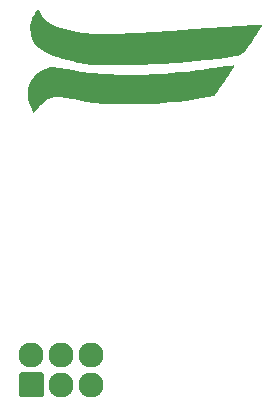
<source format=gbr>
G04 #@! TF.GenerationSoftware,KiCad,Pcbnew,(5.1.10)-1*
G04 #@! TF.CreationDate,2021-09-01T23:48:31-05:00*
G04 #@! TF.ProjectId,Bsides-KC-2021-Cerner-Sponsor-SAO-SVG2Shenzen v1_00 (Paths),42736964-6573-42d4-9b43-2d323032312d,rev?*
G04 #@! TF.SameCoordinates,Original*
G04 #@! TF.FileFunction,Soldermask,Top*
G04 #@! TF.FilePolarity,Negative*
%FSLAX46Y46*%
G04 Gerber Fmt 4.6, Leading zero omitted, Abs format (unit mm)*
G04 Created by KiCad (PCBNEW (5.1.10)-1) date 2021-09-01 23:48:31*
%MOMM*%
%LPD*%
G01*
G04 APERTURE LIST*
%ADD10C,0.010000*%
%ADD11C,2.127200*%
%ADD12O,2.127200X2.127200*%
G04 APERTURE END LIST*
D10*
G04 #@! TO.C,G\u002A\u002A\u002A*
G36*
X146923932Y-84484469D02*
G01*
X146955948Y-84531250D01*
X147001493Y-84601379D01*
X147056349Y-84688436D01*
X147079000Y-84725015D01*
X147238206Y-84968236D01*
X147395777Y-85175702D01*
X147557992Y-85353243D01*
X147731128Y-85506692D01*
X147921462Y-85641881D01*
X148135273Y-85764640D01*
X148269675Y-85831107D01*
X148514220Y-85934699D01*
X148797293Y-86033823D01*
X149115245Y-86127651D01*
X149464428Y-86215356D01*
X149841193Y-86296109D01*
X150241892Y-86369083D01*
X150662876Y-86433450D01*
X151100496Y-86488383D01*
X151227667Y-86502186D01*
X151318677Y-86509085D01*
X151446946Y-86514961D01*
X151607412Y-86519817D01*
X151795012Y-86523651D01*
X152004684Y-86526465D01*
X152231367Y-86528259D01*
X152469997Y-86529034D01*
X152715512Y-86528789D01*
X152962851Y-86527525D01*
X153206951Y-86525242D01*
X153442750Y-86521942D01*
X153665185Y-86517624D01*
X153869195Y-86512288D01*
X154049717Y-86505935D01*
X154138084Y-86501962D01*
X154438156Y-86486955D01*
X154733810Y-86471751D01*
X155027639Y-86456185D01*
X155322234Y-86440090D01*
X155620187Y-86423298D01*
X155924092Y-86405642D01*
X156236539Y-86386956D01*
X156560121Y-86367072D01*
X156897430Y-86345824D01*
X157251058Y-86323045D01*
X157623598Y-86298567D01*
X158017642Y-86272224D01*
X158435781Y-86243849D01*
X158880608Y-86213275D01*
X159354716Y-86180334D01*
X159860695Y-86144861D01*
X160401139Y-86106687D01*
X160978640Y-86065647D01*
X161588750Y-86022076D01*
X161911004Y-85999069D01*
X162235751Y-85975987D01*
X162558678Y-85953132D01*
X162875472Y-85930803D01*
X163181818Y-85909304D01*
X163473402Y-85888933D01*
X163745911Y-85869993D01*
X163995031Y-85852785D01*
X164216447Y-85837610D01*
X164405847Y-85824769D01*
X164558915Y-85814562D01*
X164605000Y-85811545D01*
X164796444Y-85799093D01*
X164983054Y-85786953D01*
X165158605Y-85775530D01*
X165316875Y-85765229D01*
X165451639Y-85756455D01*
X165556674Y-85749613D01*
X165625757Y-85745109D01*
X165626292Y-85745074D01*
X165725648Y-85739857D01*
X165789085Y-85740054D01*
X165822719Y-85746059D01*
X165832666Y-85758268D01*
X165832667Y-85758394D01*
X165821339Y-85785983D01*
X165789040Y-85844861D01*
X165738298Y-85931107D01*
X165671641Y-86040798D01*
X165591597Y-86170012D01*
X165500694Y-86314824D01*
X165401460Y-86471315D01*
X165296421Y-86635559D01*
X165188108Y-86803636D01*
X165079046Y-86971622D01*
X164971765Y-87135596D01*
X164868791Y-87291633D01*
X164772654Y-87435813D01*
X164685880Y-87564211D01*
X164610999Y-87672907D01*
X164550536Y-87757976D01*
X164507021Y-87815497D01*
X164506777Y-87815800D01*
X164442212Y-87892423D01*
X164376468Y-87962081D01*
X164307049Y-88025426D01*
X164231459Y-88083112D01*
X164147204Y-88135791D01*
X164051786Y-88184116D01*
X163942712Y-88228740D01*
X163817485Y-88270315D01*
X163673610Y-88309494D01*
X163508591Y-88346931D01*
X163319934Y-88383278D01*
X163105142Y-88419187D01*
X162861719Y-88455312D01*
X162587172Y-88492305D01*
X162279003Y-88530820D01*
X161934718Y-88571508D01*
X161551821Y-88615024D01*
X161377084Y-88634500D01*
X160934519Y-88682870D01*
X160513778Y-88727221D01*
X160110087Y-88767898D01*
X159718669Y-88805245D01*
X159334751Y-88839608D01*
X158953556Y-88871331D01*
X158570309Y-88900758D01*
X158180235Y-88928236D01*
X157778559Y-88954108D01*
X157360505Y-88978720D01*
X156921299Y-89002416D01*
X156456165Y-89025541D01*
X155960327Y-89048440D01*
X155429012Y-89071458D01*
X155185834Y-89081586D01*
X155046011Y-89086512D01*
X154876319Y-89091104D01*
X154681290Y-89095336D01*
X154465452Y-89099180D01*
X154233337Y-89102609D01*
X153989475Y-89105595D01*
X153738396Y-89108113D01*
X153484630Y-89110133D01*
X153232710Y-89111630D01*
X152987163Y-89112576D01*
X152752522Y-89112944D01*
X152533316Y-89112706D01*
X152334076Y-89111835D01*
X152159333Y-89110304D01*
X152013616Y-89108086D01*
X151901456Y-89105154D01*
X151830917Y-89101740D01*
X151671271Y-89087455D01*
X151478909Y-89065440D01*
X151262477Y-89036971D01*
X151030622Y-89003323D01*
X150791993Y-88965772D01*
X150555237Y-88925594D01*
X150329000Y-88884063D01*
X150247143Y-88868104D01*
X149803335Y-88772855D01*
X149377814Y-88667302D01*
X148972873Y-88552429D01*
X148590801Y-88429218D01*
X148233891Y-88298654D01*
X147904433Y-88161721D01*
X147604719Y-88019400D01*
X147337038Y-87872677D01*
X147103684Y-87722535D01*
X146906945Y-87569957D01*
X146749115Y-87415926D01*
X146686059Y-87339405D01*
X146556409Y-87135425D01*
X146452427Y-86904067D01*
X146374749Y-86652093D01*
X146324010Y-86386265D01*
X146300847Y-86113344D01*
X146305894Y-85840092D01*
X146339788Y-85573271D01*
X146403165Y-85319642D01*
X146477897Y-85125559D01*
X146507197Y-85068859D01*
X146551449Y-84992277D01*
X146606206Y-84902591D01*
X146667021Y-84806579D01*
X146729448Y-84711020D01*
X146789040Y-84622690D01*
X146841349Y-84548369D01*
X146881928Y-84494834D01*
X146906331Y-84468864D01*
X146909667Y-84467455D01*
X146923932Y-84484469D01*
G37*
X146923932Y-84484469D02*
X146955948Y-84531250D01*
X147001493Y-84601379D01*
X147056349Y-84688436D01*
X147079000Y-84725015D01*
X147238206Y-84968236D01*
X147395777Y-85175702D01*
X147557992Y-85353243D01*
X147731128Y-85506692D01*
X147921462Y-85641881D01*
X148135273Y-85764640D01*
X148269675Y-85831107D01*
X148514220Y-85934699D01*
X148797293Y-86033823D01*
X149115245Y-86127651D01*
X149464428Y-86215356D01*
X149841193Y-86296109D01*
X150241892Y-86369083D01*
X150662876Y-86433450D01*
X151100496Y-86488383D01*
X151227667Y-86502186D01*
X151318677Y-86509085D01*
X151446946Y-86514961D01*
X151607412Y-86519817D01*
X151795012Y-86523651D01*
X152004684Y-86526465D01*
X152231367Y-86528259D01*
X152469997Y-86529034D01*
X152715512Y-86528789D01*
X152962851Y-86527525D01*
X153206951Y-86525242D01*
X153442750Y-86521942D01*
X153665185Y-86517624D01*
X153869195Y-86512288D01*
X154049717Y-86505935D01*
X154138084Y-86501962D01*
X154438156Y-86486955D01*
X154733810Y-86471751D01*
X155027639Y-86456185D01*
X155322234Y-86440090D01*
X155620187Y-86423298D01*
X155924092Y-86405642D01*
X156236539Y-86386956D01*
X156560121Y-86367072D01*
X156897430Y-86345824D01*
X157251058Y-86323045D01*
X157623598Y-86298567D01*
X158017642Y-86272224D01*
X158435781Y-86243849D01*
X158880608Y-86213275D01*
X159354716Y-86180334D01*
X159860695Y-86144861D01*
X160401139Y-86106687D01*
X160978640Y-86065647D01*
X161588750Y-86022076D01*
X161911004Y-85999069D01*
X162235751Y-85975987D01*
X162558678Y-85953132D01*
X162875472Y-85930803D01*
X163181818Y-85909304D01*
X163473402Y-85888933D01*
X163745911Y-85869993D01*
X163995031Y-85852785D01*
X164216447Y-85837610D01*
X164405847Y-85824769D01*
X164558915Y-85814562D01*
X164605000Y-85811545D01*
X164796444Y-85799093D01*
X164983054Y-85786953D01*
X165158605Y-85775530D01*
X165316875Y-85765229D01*
X165451639Y-85756455D01*
X165556674Y-85749613D01*
X165625757Y-85745109D01*
X165626292Y-85745074D01*
X165725648Y-85739857D01*
X165789085Y-85740054D01*
X165822719Y-85746059D01*
X165832666Y-85758268D01*
X165832667Y-85758394D01*
X165821339Y-85785983D01*
X165789040Y-85844861D01*
X165738298Y-85931107D01*
X165671641Y-86040798D01*
X165591597Y-86170012D01*
X165500694Y-86314824D01*
X165401460Y-86471315D01*
X165296421Y-86635559D01*
X165188108Y-86803636D01*
X165079046Y-86971622D01*
X164971765Y-87135596D01*
X164868791Y-87291633D01*
X164772654Y-87435813D01*
X164685880Y-87564211D01*
X164610999Y-87672907D01*
X164550536Y-87757976D01*
X164507021Y-87815497D01*
X164506777Y-87815800D01*
X164442212Y-87892423D01*
X164376468Y-87962081D01*
X164307049Y-88025426D01*
X164231459Y-88083112D01*
X164147204Y-88135791D01*
X164051786Y-88184116D01*
X163942712Y-88228740D01*
X163817485Y-88270315D01*
X163673610Y-88309494D01*
X163508591Y-88346931D01*
X163319934Y-88383278D01*
X163105142Y-88419187D01*
X162861719Y-88455312D01*
X162587172Y-88492305D01*
X162279003Y-88530820D01*
X161934718Y-88571508D01*
X161551821Y-88615024D01*
X161377084Y-88634500D01*
X160934519Y-88682870D01*
X160513778Y-88727221D01*
X160110087Y-88767898D01*
X159718669Y-88805245D01*
X159334751Y-88839608D01*
X158953556Y-88871331D01*
X158570309Y-88900758D01*
X158180235Y-88928236D01*
X157778559Y-88954108D01*
X157360505Y-88978720D01*
X156921299Y-89002416D01*
X156456165Y-89025541D01*
X155960327Y-89048440D01*
X155429012Y-89071458D01*
X155185834Y-89081586D01*
X155046011Y-89086512D01*
X154876319Y-89091104D01*
X154681290Y-89095336D01*
X154465452Y-89099180D01*
X154233337Y-89102609D01*
X153989475Y-89105595D01*
X153738396Y-89108113D01*
X153484630Y-89110133D01*
X153232710Y-89111630D01*
X152987163Y-89112576D01*
X152752522Y-89112944D01*
X152533316Y-89112706D01*
X152334076Y-89111835D01*
X152159333Y-89110304D01*
X152013616Y-89108086D01*
X151901456Y-89105154D01*
X151830917Y-89101740D01*
X151671271Y-89087455D01*
X151478909Y-89065440D01*
X151262477Y-89036971D01*
X151030622Y-89003323D01*
X150791993Y-88965772D01*
X150555237Y-88925594D01*
X150329000Y-88884063D01*
X150247143Y-88868104D01*
X149803335Y-88772855D01*
X149377814Y-88667302D01*
X148972873Y-88552429D01*
X148590801Y-88429218D01*
X148233891Y-88298654D01*
X147904433Y-88161721D01*
X147604719Y-88019400D01*
X147337038Y-87872677D01*
X147103684Y-87722535D01*
X146906945Y-87569957D01*
X146749115Y-87415926D01*
X146686059Y-87339405D01*
X146556409Y-87135425D01*
X146452427Y-86904067D01*
X146374749Y-86652093D01*
X146324010Y-86386265D01*
X146300847Y-86113344D01*
X146305894Y-85840092D01*
X146339788Y-85573271D01*
X146403165Y-85319642D01*
X146477897Y-85125559D01*
X146507197Y-85068859D01*
X146551449Y-84992277D01*
X146606206Y-84902591D01*
X146667021Y-84806579D01*
X146729448Y-84711020D01*
X146789040Y-84622690D01*
X146841349Y-84548369D01*
X146881928Y-84494834D01*
X146906331Y-84468864D01*
X146909667Y-84467455D01*
X146923932Y-84484469D01*
G36*
X163454618Y-89201419D02*
G01*
X163472112Y-89207783D01*
X163474261Y-89210214D01*
X163469571Y-89236355D01*
X163446199Y-89289495D01*
X163408274Y-89360974D01*
X163376350Y-89415522D01*
X163315290Y-89513691D01*
X163238054Y-89633892D01*
X163147083Y-89772608D01*
X163044820Y-89926323D01*
X162933705Y-90091523D01*
X162816180Y-90264692D01*
X162694687Y-90442314D01*
X162571668Y-90620874D01*
X162449564Y-90796856D01*
X162330816Y-90966745D01*
X162217867Y-91127025D01*
X162113158Y-91274181D01*
X162019130Y-91404697D01*
X161938225Y-91515057D01*
X161872885Y-91601747D01*
X161825551Y-91661251D01*
X161798665Y-91690053D01*
X161795205Y-91692116D01*
X161759148Y-91700264D01*
X161686646Y-91714541D01*
X161582995Y-91734016D01*
X161453490Y-91757754D01*
X161303428Y-91784821D01*
X161138102Y-91814283D01*
X160962810Y-91845207D01*
X160782846Y-91876658D01*
X160603505Y-91907703D01*
X160430083Y-91937408D01*
X160267875Y-91964839D01*
X160122177Y-91989061D01*
X159998284Y-92009142D01*
X159990667Y-92010353D01*
X159380160Y-92101113D01*
X158770831Y-92179176D01*
X158157504Y-92244874D01*
X157535003Y-92298539D01*
X156898151Y-92340503D01*
X156241773Y-92371098D01*
X155560692Y-92390656D01*
X154849732Y-92399509D01*
X154103718Y-92397990D01*
X153968750Y-92396678D01*
X153599697Y-92391867D01*
X153267160Y-92385484D01*
X152965331Y-92376977D01*
X152688406Y-92365792D01*
X152430578Y-92351377D01*
X152186042Y-92333179D01*
X151948992Y-92310645D01*
X151713621Y-92283223D01*
X151474124Y-92250359D01*
X151224694Y-92211502D01*
X150959527Y-92166098D01*
X150672816Y-92113594D01*
X150358754Y-92053437D01*
X150354112Y-92052533D01*
X150006342Y-91986104D01*
X149696376Y-91929878D01*
X149420988Y-91883632D01*
X149176952Y-91847141D01*
X148961042Y-91820184D01*
X148770033Y-91802536D01*
X148600698Y-91793974D01*
X148449813Y-91794275D01*
X148314151Y-91803215D01*
X148190486Y-91820571D01*
X148075593Y-91846119D01*
X147966246Y-91879637D01*
X147948436Y-91885946D01*
X147834981Y-91931099D01*
X147727186Y-91983909D01*
X147620937Y-92047722D01*
X147512122Y-92125887D01*
X147396627Y-92221751D01*
X147270341Y-92338660D01*
X147129149Y-92479963D01*
X146968938Y-92649006D01*
X146844155Y-92784667D01*
X146757297Y-92879456D01*
X146679869Y-92962986D01*
X146616467Y-93030379D01*
X146571689Y-93076752D01*
X146550132Y-93097226D01*
X146549294Y-93097723D01*
X146536067Y-93081546D01*
X146509468Y-93032892D01*
X146472729Y-92958223D01*
X146429085Y-92864002D01*
X146402374Y-92804061D01*
X146321158Y-92615314D01*
X146257049Y-92455622D01*
X146207559Y-92316518D01*
X146170200Y-92189531D01*
X146142483Y-92066192D01*
X146121920Y-91938032D01*
X146106023Y-91796583D01*
X146105859Y-91794853D01*
X146097807Y-91498871D01*
X146128490Y-91205062D01*
X146195905Y-90918144D01*
X146298046Y-90642834D01*
X146432908Y-90383847D01*
X146598485Y-90145901D01*
X146792774Y-89933711D01*
X146956330Y-89794154D01*
X147149079Y-89662966D01*
X147356199Y-89550367D01*
X147568296Y-89460290D01*
X147775976Y-89396667D01*
X147969843Y-89363429D01*
X147989167Y-89361851D01*
X148111608Y-89359247D01*
X148270452Y-89365855D01*
X148460918Y-89381086D01*
X148678224Y-89404355D01*
X148917591Y-89435074D01*
X149174237Y-89472657D01*
X149443380Y-89516518D01*
X149720241Y-89566069D01*
X149841250Y-89589131D01*
X150196183Y-89656122D01*
X150521839Y-89713131D01*
X150828984Y-89761572D01*
X151128381Y-89802855D01*
X151430795Y-89838394D01*
X151746988Y-89869600D01*
X152087726Y-89897886D01*
X152328334Y-89915435D01*
X152990682Y-89953188D01*
X153687766Y-89976864D01*
X154414431Y-89986564D01*
X155165525Y-89982390D01*
X155935892Y-89964444D01*
X156720380Y-89932825D01*
X157513836Y-89887636D01*
X158311105Y-89828979D01*
X158773584Y-89788793D01*
X159192301Y-89748886D01*
X159593613Y-89707498D01*
X159986461Y-89663519D01*
X160379786Y-89615844D01*
X160782530Y-89563363D01*
X161203633Y-89504970D01*
X161652038Y-89439556D01*
X161927417Y-89398073D01*
X162227620Y-89352637D01*
X162488500Y-89313723D01*
X162712511Y-89281032D01*
X162902111Y-89254268D01*
X163059756Y-89233131D01*
X163187902Y-89217324D01*
X163289005Y-89206547D01*
X163365521Y-89200503D01*
X163419907Y-89198893D01*
X163454618Y-89201419D01*
G37*
X163454618Y-89201419D02*
X163472112Y-89207783D01*
X163474261Y-89210214D01*
X163469571Y-89236355D01*
X163446199Y-89289495D01*
X163408274Y-89360974D01*
X163376350Y-89415522D01*
X163315290Y-89513691D01*
X163238054Y-89633892D01*
X163147083Y-89772608D01*
X163044820Y-89926323D01*
X162933705Y-90091523D01*
X162816180Y-90264692D01*
X162694687Y-90442314D01*
X162571668Y-90620874D01*
X162449564Y-90796856D01*
X162330816Y-90966745D01*
X162217867Y-91127025D01*
X162113158Y-91274181D01*
X162019130Y-91404697D01*
X161938225Y-91515057D01*
X161872885Y-91601747D01*
X161825551Y-91661251D01*
X161798665Y-91690053D01*
X161795205Y-91692116D01*
X161759148Y-91700264D01*
X161686646Y-91714541D01*
X161582995Y-91734016D01*
X161453490Y-91757754D01*
X161303428Y-91784821D01*
X161138102Y-91814283D01*
X160962810Y-91845207D01*
X160782846Y-91876658D01*
X160603505Y-91907703D01*
X160430083Y-91937408D01*
X160267875Y-91964839D01*
X160122177Y-91989061D01*
X159998284Y-92009142D01*
X159990667Y-92010353D01*
X159380160Y-92101113D01*
X158770831Y-92179176D01*
X158157504Y-92244874D01*
X157535003Y-92298539D01*
X156898151Y-92340503D01*
X156241773Y-92371098D01*
X155560692Y-92390656D01*
X154849732Y-92399509D01*
X154103718Y-92397990D01*
X153968750Y-92396678D01*
X153599697Y-92391867D01*
X153267160Y-92385484D01*
X152965331Y-92376977D01*
X152688406Y-92365792D01*
X152430578Y-92351377D01*
X152186042Y-92333179D01*
X151948992Y-92310645D01*
X151713621Y-92283223D01*
X151474124Y-92250359D01*
X151224694Y-92211502D01*
X150959527Y-92166098D01*
X150672816Y-92113594D01*
X150358754Y-92053437D01*
X150354112Y-92052533D01*
X150006342Y-91986104D01*
X149696376Y-91929878D01*
X149420988Y-91883632D01*
X149176952Y-91847141D01*
X148961042Y-91820184D01*
X148770033Y-91802536D01*
X148600698Y-91793974D01*
X148449813Y-91794275D01*
X148314151Y-91803215D01*
X148190486Y-91820571D01*
X148075593Y-91846119D01*
X147966246Y-91879637D01*
X147948436Y-91885946D01*
X147834981Y-91931099D01*
X147727186Y-91983909D01*
X147620937Y-92047722D01*
X147512122Y-92125887D01*
X147396627Y-92221751D01*
X147270341Y-92338660D01*
X147129149Y-92479963D01*
X146968938Y-92649006D01*
X146844155Y-92784667D01*
X146757297Y-92879456D01*
X146679869Y-92962986D01*
X146616467Y-93030379D01*
X146571689Y-93076752D01*
X146550132Y-93097226D01*
X146549294Y-93097723D01*
X146536067Y-93081546D01*
X146509468Y-93032892D01*
X146472729Y-92958223D01*
X146429085Y-92864002D01*
X146402374Y-92804061D01*
X146321158Y-92615314D01*
X146257049Y-92455622D01*
X146207559Y-92316518D01*
X146170200Y-92189531D01*
X146142483Y-92066192D01*
X146121920Y-91938032D01*
X146106023Y-91796583D01*
X146105859Y-91794853D01*
X146097807Y-91498871D01*
X146128490Y-91205062D01*
X146195905Y-90918144D01*
X146298046Y-90642834D01*
X146432908Y-90383847D01*
X146598485Y-90145901D01*
X146792774Y-89933711D01*
X146956330Y-89794154D01*
X147149079Y-89662966D01*
X147356199Y-89550367D01*
X147568296Y-89460290D01*
X147775976Y-89396667D01*
X147969843Y-89363429D01*
X147989167Y-89361851D01*
X148111608Y-89359247D01*
X148270452Y-89365855D01*
X148460918Y-89381086D01*
X148678224Y-89404355D01*
X148917591Y-89435074D01*
X149174237Y-89472657D01*
X149443380Y-89516518D01*
X149720241Y-89566069D01*
X149841250Y-89589131D01*
X150196183Y-89656122D01*
X150521839Y-89713131D01*
X150828984Y-89761572D01*
X151128381Y-89802855D01*
X151430795Y-89838394D01*
X151746988Y-89869600D01*
X152087726Y-89897886D01*
X152328334Y-89915435D01*
X152990682Y-89953188D01*
X153687766Y-89976864D01*
X154414431Y-89986564D01*
X155165525Y-89982390D01*
X155935892Y-89964444D01*
X156720380Y-89932825D01*
X157513836Y-89887636D01*
X158311105Y-89828979D01*
X158773584Y-89788793D01*
X159192301Y-89748886D01*
X159593613Y-89707498D01*
X159986461Y-89663519D01*
X160379786Y-89615844D01*
X160782530Y-89563363D01*
X161203633Y-89504970D01*
X161652038Y-89439556D01*
X161927417Y-89398073D01*
X162227620Y-89352637D01*
X162488500Y-89313723D01*
X162712511Y-89281032D01*
X162902111Y-89254268D01*
X163059756Y-89233131D01*
X163187902Y-89217324D01*
X163289005Y-89206547D01*
X163365521Y-89200503D01*
X163419907Y-89198893D01*
X163454618Y-89201419D01*
G04 #@! TD*
D11*
G04 #@! TO.C,X1*
X151480200Y-113698400D03*
X151480200Y-116238400D03*
D12*
X148940200Y-113698400D03*
X148940200Y-116238400D03*
X146400200Y-113698400D03*
G36*
G01*
X145536600Y-115174800D02*
X147263800Y-115174800D01*
G75*
G02*
X147463800Y-115374800I0J-200000D01*
G01*
X147463800Y-117102000D01*
G75*
G02*
X147263800Y-117302000I-200000J0D01*
G01*
X145536600Y-117302000D01*
G75*
G02*
X145336600Y-117102000I0J200000D01*
G01*
X145336600Y-115374800D01*
G75*
G02*
X145536600Y-115174800I200000J0D01*
G01*
G37*
G04 #@! TD*
M02*

</source>
